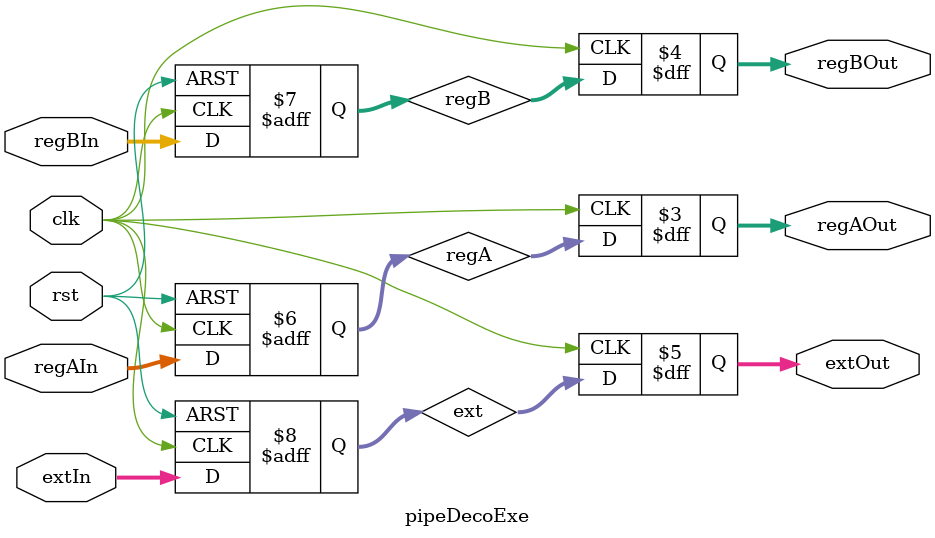
<source format=sv>
module pipeDecoExe(
	input logic clk,
	input logic rst,

	input logic [0:31] regAIn,
	output logic [0:31] regAOut,

	input logic [0:31] regBIn,
	output logic [0:31] regBOut,

	input logic [0:31]extIn,
	output logic [0:31]extOut
);

logic [0:31] regA;
logic [0:31] regB;
logic [0:31] ext;

always_ff @(posedge clk or posedge rst)
begin
	if(rst)
		begin
		regA <= 0;
		regB <= 0;
		ext <= 0;
		end
	else
		begin
		regA <= regAIn;
		regB <= regBIn;
		ext <= extIn;
		end
end

always_ff @(negedge clk)
begin
	regAOut <= regA;
	regBOut <= regB;
	extOut <= ext;
end

endmodule

</source>
